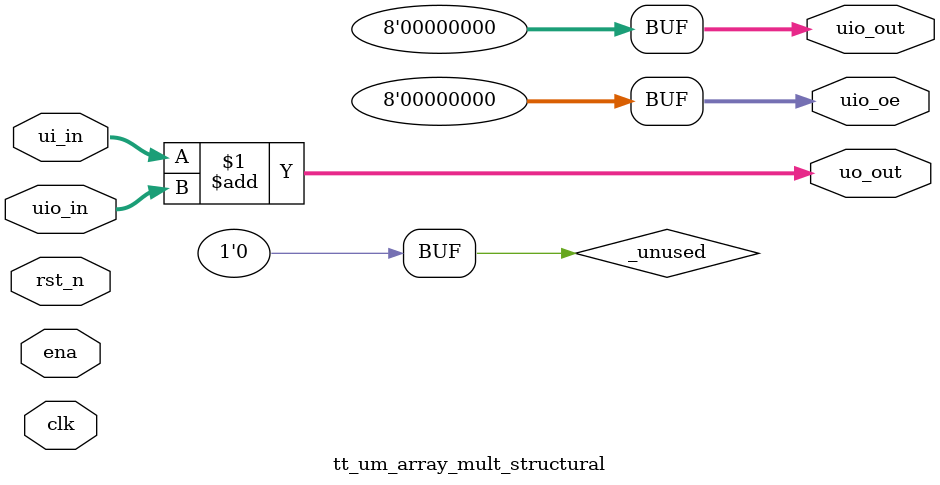
<source format=v>
/*
 * Copyright (c) 2024 Your Name
 * SPDX-License-Identifier: Apache-2.0
 */

`default_nettype none

module tt_um_array_mult_structural (
    input  wire [7:0] ui_in,    // Dedicated inputs
    output wire [7:0] uo_out,   // Dedicated outputs
    input  wire [7:0] uio_in,   // IOs: Input path
    output wire [7:0] uio_out,  // IOs: Output path
    output wire [7:0] uio_oe,   // IOs: Enable path (active high: 0=input, 1=output)
    input  wire       ena,      // always 1 when the design is powered, so you can ignore it
    input  wire       clk,      // clock
    input  wire       rst_n     // reset_n - low to reset
);

  // All output pins must be assigned. If not used, assign to 0.
  assign uo_out  = ui_in + uio_in;  // Example: ou_out is the sum of ui_in and uio_in
  assign uio_out = 0;
  assign uio_oe  = 0;

  // List all unused inputs to prevent warnings
  wire _unused = &{ena, clk, rst_n, 1'b0};

endmodule

</source>
